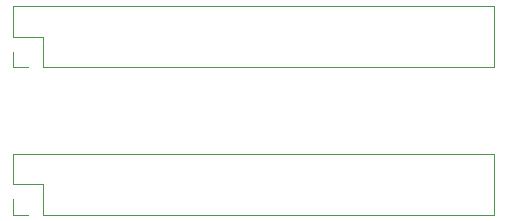
<source format=gbr>
%TF.GenerationSoftware,KiCad,Pcbnew,9.0.3*%
%TF.CreationDate,2025-09-11T22:04:48-04:00*%
%TF.ProjectId,6502-interposer,36353032-2d69-46e7-9465-72706f736572,rev?*%
%TF.SameCoordinates,Original*%
%TF.FileFunction,Legend,Bot*%
%TF.FilePolarity,Positive*%
%FSLAX46Y46*%
G04 Gerber Fmt 4.6, Leading zero omitted, Abs format (unit mm)*
G04 Created by KiCad (PCBNEW 9.0.3) date 2025-09-11 22:04:48*
%MOMM*%
%LPD*%
G01*
G04 APERTURE LIST*
%ADD10C,0.120000*%
G04 APERTURE END LIST*
D10*
%TO.C,J1*%
X46530000Y-57870000D02*
X47860000Y-57870000D01*
X46530000Y-56540000D02*
X46530000Y-57870000D01*
X46530000Y-55270000D02*
X49130000Y-55270000D01*
X46530000Y-52670000D02*
X46530000Y-55270000D01*
X46530000Y-52670000D02*
X87290000Y-52670000D01*
X49130000Y-57870000D02*
X87290000Y-57870000D01*
X49130000Y-55270000D02*
X49130000Y-57870000D01*
X87290000Y-52670000D02*
X87290000Y-57870000D01*
%TO.C,J2*%
X46530000Y-45370000D02*
X47860000Y-45370000D01*
X46530000Y-44040000D02*
X46530000Y-45370000D01*
X46530000Y-42770000D02*
X49130000Y-42770000D01*
X46530000Y-40170000D02*
X46530000Y-42770000D01*
X46530000Y-40170000D02*
X87290000Y-40170000D01*
X49130000Y-45370000D02*
X87290000Y-45370000D01*
X49130000Y-42770000D02*
X49130000Y-45370000D01*
X87290000Y-40170000D02*
X87290000Y-45370000D01*
%TD*%
M02*

</source>
